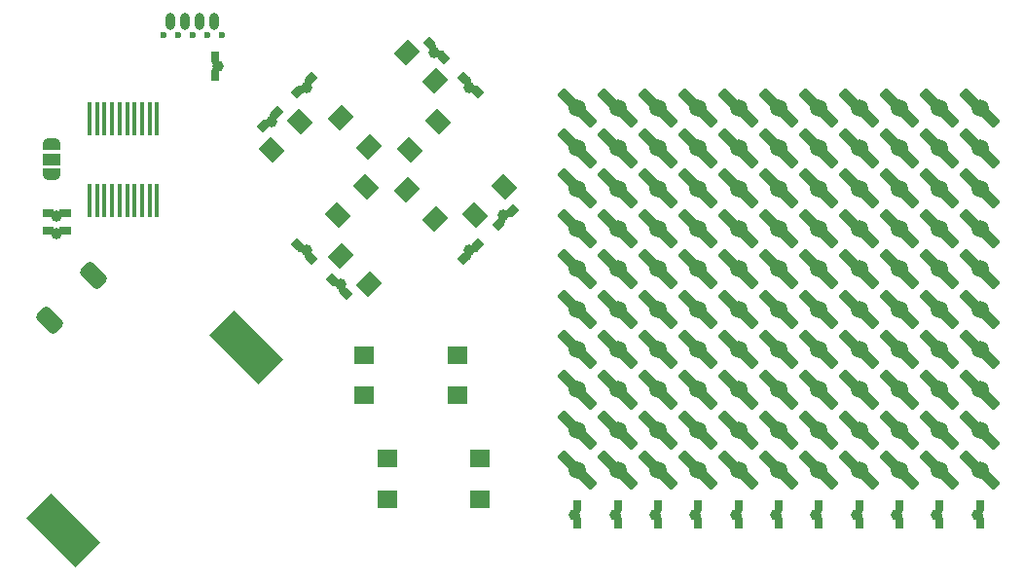
<source format=gbr>
%TF.GenerationSoftware,KiCad,Pcbnew,(6.0.9)*%
%TF.CreationDate,2023-01-07T05:09:31-05:00*%
%TF.ProjectId,businesscard,62757369-6e65-4737-9363-6172642e6b69,rev?*%
%TF.SameCoordinates,Original*%
%TF.FileFunction,Soldermask,Bot*%
%TF.FilePolarity,Negative*%
%FSLAX46Y46*%
G04 Gerber Fmt 4.6, Leading zero omitted, Abs format (unit mm)*
G04 Created by KiCad (PCBNEW (6.0.9)) date 2023-01-07 05:09:31*
%MOMM*%
%LPD*%
G01*
G04 APERTURE LIST*
G04 Aperture macros list*
%AMRoundRect*
0 Rectangle with rounded corners*
0 $1 Rounding radius*
0 $2 $3 $4 $5 $6 $7 $8 $9 X,Y pos of 4 corners*
0 Add a 4 corners polygon primitive as box body*
4,1,4,$2,$3,$4,$5,$6,$7,$8,$9,$2,$3,0*
0 Add four circle primitives for the rounded corners*
1,1,$1+$1,$2,$3*
1,1,$1+$1,$4,$5*
1,1,$1+$1,$6,$7*
1,1,$1+$1,$8,$9*
0 Add four rect primitives between the rounded corners*
20,1,$1+$1,$2,$3,$4,$5,0*
20,1,$1+$1,$4,$5,$6,$7,0*
20,1,$1+$1,$6,$7,$8,$9,0*
20,1,$1+$1,$8,$9,$2,$3,0*%
%AMRotRect*
0 Rectangle, with rotation*
0 The origin of the aperture is its center*
0 $1 length*
0 $2 width*
0 $3 Rotation angle, in degrees counterclockwise*
0 Add horizontal line*
21,1,$1,$2,0,0,$3*%
%AMFreePoly0*
4,1,22,0.550000,-0.750000,0.000000,-0.750000,0.000000,-0.745033,-0.079941,-0.743568,-0.215256,-0.701293,-0.333266,-0.622738,-0.424486,-0.514219,-0.481581,-0.384460,-0.499164,-0.250000,-0.500000,-0.250000,-0.500000,0.250000,-0.499164,0.250000,-0.499963,0.256109,-0.478152,0.396186,-0.417904,0.524511,-0.324060,0.630769,-0.204165,0.706417,-0.067858,0.745374,0.000000,0.744959,0.000000,0.750000,
0.550000,0.750000,0.550000,-0.750000,0.550000,-0.750000,$1*%
%AMFreePoly1*
4,1,20,0.000000,0.744959,0.073905,0.744508,0.209726,0.703889,0.328688,0.626782,0.421226,0.519385,0.479903,0.390333,0.500000,0.250000,0.500000,-0.250000,0.499851,-0.262216,0.476331,-0.402017,0.414519,-0.529596,0.319384,-0.634700,0.198574,-0.708877,0.061801,-0.746166,0.000000,-0.745033,0.000000,-0.750000,-0.550000,-0.750000,-0.550000,0.750000,0.000000,0.750000,0.000000,0.744959,
0.000000,0.744959,$1*%
G04 Aperture macros list end*
%ADD10RoundRect,0.100000X0.100000X-1.337500X0.100000X1.337500X-0.100000X1.337500X-0.100000X-1.337500X0*%
%ADD11RoundRect,0.375000X0.808223X-0.277893X-0.277893X0.808223X-0.808223X0.277893X0.277893X-0.808223X0*%
%ADD12RotRect,3.000000X6.000000X45.000000*%
%ADD13C,0.300000*%
%ADD14C,1.000000*%
%ADD15C,0.750000*%
%ADD16R,0.737000X0.800000*%
%ADD17RotRect,0.800000X0.737000X315.000000*%
%ADD18RotRect,0.800000X0.737000X45.000000*%
%ADD19RotRect,0.800000X0.737000X135.000000*%
%ADD20RotRect,0.800000X0.737000X225.000000*%
%ADD21R,0.800000X0.737000*%
%ADD22FreePoly0,270.000000*%
%ADD23R,1.500000X1.000000*%
%ADD24FreePoly1,270.000000*%
%ADD25RotRect,1.700000X1.500000X225.000000*%
%ADD26RotRect,1.700000X1.500000X315.000000*%
%ADD27RotRect,1.700000X1.500000X45.000000*%
%ADD28RotRect,1.700000X1.500000X135.000000*%
%ADD29R,1.700000X1.500000*%
%ADD30C,1.500000*%
%ADD31RoundRect,0.237500X-0.618718X0.282843X0.282843X-0.618718X0.618718X-0.282843X-0.282843X0.618718X0*%
%ADD32O,0.800000X1.500000*%
%ADD33C,0.600000*%
G04 APERTURE END LIST*
D10*
%TO.C,U1*%
X101075000Y-65762500D03*
X101725000Y-65762500D03*
X102375000Y-65762500D03*
X103025000Y-65762500D03*
X103675000Y-65762500D03*
X104325000Y-65762500D03*
X104975000Y-65762500D03*
X105625000Y-65762500D03*
X106275000Y-65762500D03*
X106925000Y-65762500D03*
X106925000Y-58637500D03*
X106275000Y-58637500D03*
X105625000Y-58637500D03*
X104975000Y-58637500D03*
X104325000Y-58637500D03*
X103675000Y-58637500D03*
X103025000Y-58637500D03*
X102375000Y-58637500D03*
X101725000Y-58637500D03*
X101075000Y-58637500D03*
%TD*%
D11*
%TO.C,SW1*%
X101444544Y-72305456D03*
X97555456Y-76194544D03*
%TD*%
D12*
%TO.C,BT1*%
X114659902Y-78590098D03*
X98750000Y-94500000D03*
%TD*%
D13*
%TO.C,R19*%
X143250000Y-93600000D03*
X143250000Y-92600000D03*
D14*
X143250000Y-93100000D03*
D15*
X143500000Y-93600000D03*
D16*
X143500000Y-94000000D03*
X143500000Y-92200000D03*
D15*
X143500000Y-92600000D03*
%TD*%
D13*
%TO.C,R18*%
X146750000Y-93600000D03*
X146750000Y-92600000D03*
D14*
X146750000Y-93100000D03*
D15*
X147000000Y-93600000D03*
D16*
X147000000Y-94000000D03*
X147000000Y-92200000D03*
D15*
X147000000Y-92600000D03*
%TD*%
D13*
%TO.C,R17*%
X150250000Y-93600000D03*
X150250000Y-92600000D03*
D14*
X150250000Y-93100000D03*
D15*
X150500000Y-93600000D03*
D16*
X150500000Y-94000000D03*
X150500000Y-92200000D03*
D15*
X150500000Y-92600000D03*
%TD*%
D13*
%TO.C,R16*%
X153750000Y-93600000D03*
X153750000Y-92600000D03*
D14*
X153750000Y-93100000D03*
D15*
X154000000Y-93600000D03*
D16*
X154000000Y-94000000D03*
X154000000Y-92200000D03*
D15*
X154000000Y-92600000D03*
%TD*%
D13*
%TO.C,R15*%
X157250000Y-93600000D03*
X157250000Y-92600000D03*
D14*
X157250000Y-93100000D03*
D15*
X157500000Y-93600000D03*
D16*
X157500000Y-94000000D03*
X157500000Y-92200000D03*
D15*
X157500000Y-92600000D03*
%TD*%
D13*
%TO.C,R14*%
X160750000Y-93600000D03*
X160750000Y-92600000D03*
D14*
X160750000Y-93100000D03*
D15*
X161000000Y-93600000D03*
D16*
X161000000Y-94000000D03*
X161000000Y-92200000D03*
D15*
X161000000Y-92600000D03*
%TD*%
D13*
%TO.C,R13*%
X164250000Y-93600000D03*
X164250000Y-92600000D03*
D14*
X164250000Y-93100000D03*
D15*
X164500000Y-93600000D03*
D16*
X164500000Y-94000000D03*
X164500000Y-92200000D03*
D15*
X164500000Y-92600000D03*
%TD*%
D13*
%TO.C,R12*%
X167750000Y-93600000D03*
X167750000Y-92600000D03*
D14*
X167750000Y-93100000D03*
D15*
X168000000Y-93600000D03*
D16*
X168000000Y-94000000D03*
X168000000Y-92200000D03*
D15*
X168000000Y-92600000D03*
%TD*%
D13*
%TO.C,R11*%
X171250000Y-93600000D03*
X171250000Y-92600000D03*
D14*
X171250000Y-93100000D03*
D15*
X171500000Y-93600000D03*
D16*
X171500000Y-94000000D03*
X171500000Y-92200000D03*
D15*
X171500000Y-92600000D03*
%TD*%
D13*
%TO.C,R10*%
X174750000Y-93600000D03*
X174750000Y-92600000D03*
D14*
X174750000Y-93100000D03*
D15*
X175000000Y-93600000D03*
D16*
X175000000Y-94000000D03*
X175000000Y-92200000D03*
D15*
X175000000Y-92600000D03*
%TD*%
D13*
%TO.C,R9*%
X178250000Y-93600000D03*
X178250000Y-92600000D03*
D14*
X178250000Y-93100000D03*
D15*
X178500000Y-93600000D03*
D16*
X178500000Y-94000000D03*
X178500000Y-92200000D03*
D15*
X178500000Y-92600000D03*
%TD*%
D13*
%TO.C,R8*%
X122573223Y-72719670D03*
X123280330Y-73426777D03*
D14*
X122926777Y-73073223D03*
D15*
X122396447Y-72896447D03*
D17*
X122113604Y-72613604D03*
X123386396Y-73886396D03*
D15*
X123103553Y-73603553D03*
%TD*%
D13*
%TO.C,R7*%
X136719670Y-67426777D03*
X137426777Y-66719670D03*
D14*
X137073223Y-67073223D03*
D15*
X136896447Y-67603553D03*
D18*
X136613604Y-67886396D03*
X137886396Y-66613604D03*
D15*
X137603553Y-66896447D03*
%TD*%
D13*
%TO.C,R6*%
X131426777Y-53280330D03*
X130719670Y-52573223D03*
D14*
X131073223Y-52926777D03*
D15*
X131603553Y-53103553D03*
D19*
X131886396Y-53386396D03*
X130613604Y-52113604D03*
D15*
X130896447Y-52396447D03*
%TD*%
%TO.C,R5*%
X116396447Y-59103553D03*
D20*
X116113604Y-59386396D03*
X117386396Y-58113604D03*
D15*
X117103553Y-58396447D03*
D14*
X116926777Y-58926777D03*
D13*
X116573223Y-59280330D03*
X117280330Y-58573223D03*
%TD*%
D15*
%TO.C,R4*%
X120103553Y-70603553D03*
D17*
X120386396Y-70886396D03*
X119113604Y-69613604D03*
D15*
X119396447Y-69896447D03*
D14*
X119926777Y-70073223D03*
D13*
X120280330Y-70426777D03*
X119573223Y-69719670D03*
%TD*%
%TO.C,R3*%
X133719670Y-70426777D03*
X134426777Y-69719670D03*
D14*
X134073223Y-70073223D03*
D15*
X133896447Y-70603553D03*
D18*
X133613604Y-70886396D03*
X134886396Y-69613604D03*
D15*
X134603553Y-69896447D03*
%TD*%
%TO.C,R2*%
X133896447Y-55396447D03*
D19*
X133613604Y-55113604D03*
X134886396Y-56386396D03*
D15*
X134603553Y-56103553D03*
D14*
X134073223Y-55926777D03*
D13*
X133719670Y-55573223D03*
X134426777Y-56280330D03*
%TD*%
%TO.C,R1*%
X120280330Y-55573223D03*
X119573223Y-56280330D03*
D14*
X119926777Y-55926777D03*
D15*
X120103553Y-55396447D03*
D20*
X120386396Y-55113604D03*
X119113604Y-56386396D03*
D15*
X119396447Y-56103553D03*
%TD*%
%TO.C,C3*%
X97700000Y-68400000D03*
D21*
X97300000Y-68400000D03*
X99100000Y-68400000D03*
D15*
X98700000Y-68400000D03*
D14*
X98200000Y-68650000D03*
D13*
X97700000Y-68650000D03*
X98700000Y-68650000D03*
%TD*%
D15*
%TO.C,C2*%
X97700000Y-66900000D03*
D21*
X97300000Y-66900000D03*
X99100000Y-66900000D03*
D15*
X98700000Y-66900000D03*
D14*
X98200000Y-67150000D03*
D13*
X97700000Y-67150000D03*
X98700000Y-67150000D03*
%TD*%
%TO.C,C1*%
X112200000Y-53600000D03*
X112200000Y-54600000D03*
D14*
X112200000Y-54100000D03*
D15*
X111950000Y-53600000D03*
D16*
X111950000Y-53200000D03*
X111950000Y-55000000D03*
D15*
X111950000Y-54600000D03*
%TD*%
D22*
%TO.C,JP1*%
X97800000Y-60900000D03*
D23*
X97800000Y-62200000D03*
D24*
X97800000Y-63500000D03*
%TD*%
D25*
%TO.C,SW7*%
X131101219Y-67373654D03*
X125373654Y-73101219D03*
X122898781Y-70626346D03*
X128626346Y-64898781D03*
%TD*%
D26*
%TO.C,SW6*%
X131373654Y-58898781D03*
X137101219Y-64626346D03*
X134626346Y-67101219D03*
X128898781Y-61373654D03*
%TD*%
D27*
%TO.C,SW5*%
X122898781Y-58626346D03*
X128626346Y-52898781D03*
X131101219Y-55373654D03*
X125373654Y-61101219D03*
%TD*%
D28*
%TO.C,SW4*%
X122626346Y-67101219D03*
X116898781Y-61373654D03*
X119373654Y-58898781D03*
X125101219Y-64626346D03*
%TD*%
D29*
%TO.C,SW3*%
X133050000Y-82750000D03*
X124950000Y-82750000D03*
X124950000Y-79250000D03*
X133050000Y-79250000D03*
%TD*%
%TO.C,SW2*%
X135050000Y-91750000D03*
X126950000Y-91750000D03*
X126950000Y-88250000D03*
X135050000Y-88250000D03*
%TD*%
D30*
%TO.C,D33*%
X154000000Y-64750000D03*
D31*
X153133794Y-63883794D03*
X154866206Y-65616206D03*
%TD*%
D30*
%TO.C,D110*%
X178500000Y-89250000D03*
D31*
X177633794Y-88383794D03*
X179366206Y-90116206D03*
%TD*%
D30*
%TO.C,D109*%
X178500000Y-85750000D03*
D31*
X177633794Y-84883794D03*
X179366206Y-86616206D03*
%TD*%
D30*
%TO.C,D108*%
X178500000Y-82250000D03*
D31*
X177633794Y-81383794D03*
X179366206Y-83116206D03*
%TD*%
D30*
%TO.C,D107*%
X178500000Y-78750000D03*
D31*
X177633794Y-77883794D03*
X179366206Y-79616206D03*
%TD*%
D30*
%TO.C,D106*%
X178500000Y-75250000D03*
D31*
X177633794Y-74383794D03*
X179366206Y-76116206D03*
%TD*%
D30*
%TO.C,D105*%
X178500000Y-71750000D03*
D31*
X177633794Y-70883794D03*
X179366206Y-72616206D03*
%TD*%
D30*
%TO.C,D104*%
X178500000Y-68250000D03*
D31*
X177633794Y-67383794D03*
X179366206Y-69116206D03*
%TD*%
D30*
%TO.C,D103*%
X178500000Y-64750000D03*
D31*
X177633794Y-63883794D03*
X179366206Y-65616206D03*
%TD*%
D30*
%TO.C,D102*%
X178500000Y-61250000D03*
D31*
X177633794Y-60383794D03*
X179366206Y-62116206D03*
%TD*%
D30*
%TO.C,D101*%
X178500000Y-57750000D03*
D31*
X177633794Y-56883794D03*
X179366206Y-58616206D03*
%TD*%
D30*
%TO.C,D100*%
X175000000Y-89250000D03*
D31*
X174133794Y-88383794D03*
X175866206Y-90116206D03*
%TD*%
D30*
%TO.C,D99*%
X175000000Y-85750000D03*
D31*
X174133794Y-84883794D03*
X175866206Y-86616206D03*
%TD*%
D30*
%TO.C,D98*%
X175000000Y-82250000D03*
D31*
X174133794Y-81383794D03*
X175866206Y-83116206D03*
%TD*%
D30*
%TO.C,D97*%
X175000000Y-78750000D03*
D31*
X174133794Y-77883794D03*
X175866206Y-79616206D03*
%TD*%
D30*
%TO.C,D96*%
X175000000Y-75250000D03*
D31*
X174133794Y-74383794D03*
X175866206Y-76116206D03*
%TD*%
D30*
%TO.C,D95*%
X175000000Y-71750000D03*
D31*
X174133794Y-70883794D03*
X175866206Y-72616206D03*
%TD*%
D30*
%TO.C,D94*%
X175000000Y-68250000D03*
D31*
X174133794Y-67383794D03*
X175866206Y-69116206D03*
%TD*%
D30*
%TO.C,D93*%
X175000000Y-64750000D03*
D31*
X174133794Y-63883794D03*
X175866206Y-65616206D03*
%TD*%
D30*
%TO.C,D92*%
X175000000Y-61250000D03*
D31*
X174133794Y-60383794D03*
X175866206Y-62116206D03*
%TD*%
D30*
%TO.C,D91*%
X175000000Y-57750000D03*
D31*
X174133794Y-56883794D03*
X175866206Y-58616206D03*
%TD*%
D30*
%TO.C,D90*%
X171500000Y-89250000D03*
D31*
X170633794Y-88383794D03*
X172366206Y-90116206D03*
%TD*%
D30*
%TO.C,D89*%
X171500000Y-85750000D03*
D31*
X170633794Y-84883794D03*
X172366206Y-86616206D03*
%TD*%
D30*
%TO.C,D88*%
X171500000Y-82250000D03*
D31*
X170633794Y-81383794D03*
X172366206Y-83116206D03*
%TD*%
D30*
%TO.C,D87*%
X171500000Y-78750000D03*
D31*
X170633794Y-77883794D03*
X172366206Y-79616206D03*
%TD*%
D30*
%TO.C,D86*%
X171500000Y-75250000D03*
D31*
X170633794Y-74383794D03*
X172366206Y-76116206D03*
%TD*%
D30*
%TO.C,D85*%
X171500000Y-71750000D03*
D31*
X170633794Y-70883794D03*
X172366206Y-72616206D03*
%TD*%
D30*
%TO.C,D84*%
X171500000Y-68250000D03*
D31*
X170633794Y-67383794D03*
X172366206Y-69116206D03*
%TD*%
D30*
%TO.C,D83*%
X171500000Y-64750000D03*
D31*
X170633794Y-63883794D03*
X172366206Y-65616206D03*
%TD*%
D30*
%TO.C,D82*%
X171500000Y-61250000D03*
D31*
X170633794Y-60383794D03*
X172366206Y-62116206D03*
%TD*%
D30*
%TO.C,D81*%
X171500000Y-57750000D03*
D31*
X170633794Y-56883794D03*
X172366206Y-58616206D03*
%TD*%
D30*
%TO.C,D80*%
X168000000Y-89250000D03*
D31*
X167133794Y-88383794D03*
X168866206Y-90116206D03*
%TD*%
D30*
%TO.C,D79*%
X168000000Y-85750000D03*
D31*
X167133794Y-84883794D03*
X168866206Y-86616206D03*
%TD*%
D30*
%TO.C,D78*%
X168000000Y-82250000D03*
D31*
X167133794Y-81383794D03*
X168866206Y-83116206D03*
%TD*%
D30*
%TO.C,D77*%
X168000000Y-78750000D03*
D31*
X167133794Y-77883794D03*
X168866206Y-79616206D03*
%TD*%
D30*
%TO.C,D76*%
X168000000Y-75250000D03*
D31*
X167133794Y-74383794D03*
X168866206Y-76116206D03*
%TD*%
D30*
%TO.C,D75*%
X168000000Y-71750000D03*
D31*
X167133794Y-70883794D03*
X168866206Y-72616206D03*
%TD*%
D30*
%TO.C,D74*%
X168000000Y-68250000D03*
D31*
X167133794Y-67383794D03*
X168866206Y-69116206D03*
%TD*%
D30*
%TO.C,D73*%
X168000000Y-64750000D03*
D31*
X167133794Y-63883794D03*
X168866206Y-65616206D03*
%TD*%
D30*
%TO.C,D72*%
X168000000Y-61250000D03*
D31*
X167133794Y-60383794D03*
X168866206Y-62116206D03*
%TD*%
D30*
%TO.C,D71*%
X168000000Y-57750000D03*
D31*
X167133794Y-56883794D03*
X168866206Y-58616206D03*
%TD*%
D30*
%TO.C,D70*%
X164500000Y-89250000D03*
D31*
X163633794Y-88383794D03*
X165366206Y-90116206D03*
%TD*%
D30*
%TO.C,D69*%
X164500000Y-85750000D03*
D31*
X163633794Y-84883794D03*
X165366206Y-86616206D03*
%TD*%
D30*
%TO.C,D68*%
X164500000Y-82250000D03*
D31*
X163633794Y-81383794D03*
X165366206Y-83116206D03*
%TD*%
D30*
%TO.C,D67*%
X164500000Y-78750000D03*
D31*
X163633794Y-77883794D03*
X165366206Y-79616206D03*
%TD*%
D30*
%TO.C,D66*%
X164500000Y-75250000D03*
D31*
X163633794Y-74383794D03*
X165366206Y-76116206D03*
%TD*%
D30*
%TO.C,D65*%
X164500000Y-71750000D03*
D31*
X163633794Y-70883794D03*
X165366206Y-72616206D03*
%TD*%
D30*
%TO.C,D64*%
X164500000Y-68250000D03*
D31*
X163633794Y-67383794D03*
X165366206Y-69116206D03*
%TD*%
D30*
%TO.C,D63*%
X164500000Y-64750000D03*
D31*
X163633794Y-63883794D03*
X165366206Y-65616206D03*
%TD*%
D30*
%TO.C,D62*%
X164500000Y-61250000D03*
D31*
X163633794Y-60383794D03*
X165366206Y-62116206D03*
%TD*%
D30*
%TO.C,D61*%
X164500000Y-57750000D03*
D31*
X163633794Y-56883794D03*
X165366206Y-58616206D03*
%TD*%
D30*
%TO.C,D60*%
X161000000Y-89250000D03*
D31*
X160133794Y-88383794D03*
X161866206Y-90116206D03*
%TD*%
D30*
%TO.C,D59*%
X161000000Y-85750000D03*
D31*
X160133794Y-84883794D03*
X161866206Y-86616206D03*
%TD*%
D30*
%TO.C,D58*%
X161000000Y-82250000D03*
D31*
X160133794Y-81383794D03*
X161866206Y-83116206D03*
%TD*%
D30*
%TO.C,D57*%
X161000000Y-78750000D03*
D31*
X160133794Y-77883794D03*
X161866206Y-79616206D03*
%TD*%
D30*
%TO.C,D56*%
X161000000Y-75250000D03*
D31*
X160133794Y-74383794D03*
X161866206Y-76116206D03*
%TD*%
D30*
%TO.C,D55*%
X161000000Y-71750000D03*
D31*
X160133794Y-70883794D03*
X161866206Y-72616206D03*
%TD*%
D30*
%TO.C,D54*%
X161000000Y-68250000D03*
D31*
X160133794Y-67383794D03*
X161866206Y-69116206D03*
%TD*%
D30*
%TO.C,D53*%
X161000000Y-64750000D03*
D31*
X160133794Y-63883794D03*
X161866206Y-65616206D03*
%TD*%
D30*
%TO.C,D52*%
X161000000Y-61250000D03*
D31*
X160133794Y-60383794D03*
X161866206Y-62116206D03*
%TD*%
D30*
%TO.C,D51*%
X161000000Y-57750000D03*
D31*
X160133794Y-56883794D03*
X161866206Y-58616206D03*
%TD*%
D30*
%TO.C,D50*%
X157500000Y-89250000D03*
D31*
X156633794Y-88383794D03*
X158366206Y-90116206D03*
%TD*%
D30*
%TO.C,D49*%
X157500000Y-85750000D03*
D31*
X156633794Y-84883794D03*
X158366206Y-86616206D03*
%TD*%
D30*
%TO.C,D48*%
X157500000Y-82250000D03*
D31*
X156633794Y-81383794D03*
X158366206Y-83116206D03*
%TD*%
D30*
%TO.C,D47*%
X157500000Y-78750000D03*
D31*
X156633794Y-77883794D03*
X158366206Y-79616206D03*
%TD*%
D30*
%TO.C,D46*%
X157500000Y-75250000D03*
D31*
X156633794Y-74383794D03*
X158366206Y-76116206D03*
%TD*%
D30*
%TO.C,D45*%
X157500000Y-71750000D03*
D31*
X156633794Y-70883794D03*
X158366206Y-72616206D03*
%TD*%
D30*
%TO.C,D44*%
X157500000Y-68250000D03*
D31*
X156633794Y-67383794D03*
X158366206Y-69116206D03*
%TD*%
D30*
%TO.C,D43*%
X157500000Y-64750000D03*
D31*
X156633794Y-63883794D03*
X158366206Y-65616206D03*
%TD*%
D30*
%TO.C,D42*%
X157500000Y-61250000D03*
D31*
X156633794Y-60383794D03*
X158366206Y-62116206D03*
%TD*%
D30*
%TO.C,D41*%
X157500000Y-57750000D03*
D31*
X156633794Y-56883794D03*
X158366206Y-58616206D03*
%TD*%
D30*
%TO.C,D40*%
X154000000Y-89250000D03*
D31*
X153133794Y-88383794D03*
X154866206Y-90116206D03*
%TD*%
D30*
%TO.C,D39*%
X154000000Y-85750000D03*
D31*
X153133794Y-84883794D03*
X154866206Y-86616206D03*
%TD*%
D30*
%TO.C,D38*%
X154000000Y-82250000D03*
D31*
X153133794Y-81383794D03*
X154866206Y-83116206D03*
%TD*%
D30*
%TO.C,D37*%
X154000000Y-78750000D03*
D31*
X153133794Y-77883794D03*
X154866206Y-79616206D03*
%TD*%
D30*
%TO.C,D36*%
X154000000Y-75250000D03*
D31*
X153133794Y-74383794D03*
X154866206Y-76116206D03*
%TD*%
D30*
%TO.C,D35*%
X154000000Y-71750000D03*
D31*
X153133794Y-70883794D03*
X154866206Y-72616206D03*
%TD*%
D30*
%TO.C,D34*%
X154000000Y-68250000D03*
D31*
X153133794Y-67383794D03*
X154866206Y-69116206D03*
%TD*%
D30*
%TO.C,D32*%
X154000000Y-61250000D03*
D31*
X153133794Y-60383794D03*
X154866206Y-62116206D03*
%TD*%
D30*
%TO.C,D31*%
X154000000Y-57750000D03*
D31*
X153133794Y-56883794D03*
X154866206Y-58616206D03*
%TD*%
D30*
%TO.C,D30*%
X150500000Y-89250000D03*
D31*
X149633794Y-88383794D03*
X151366206Y-90116206D03*
%TD*%
D30*
%TO.C,D29*%
X150500000Y-85750000D03*
D31*
X149633794Y-84883794D03*
X151366206Y-86616206D03*
%TD*%
D30*
%TO.C,D28*%
X150500000Y-82250000D03*
D31*
X149633794Y-81383794D03*
X151366206Y-83116206D03*
%TD*%
D30*
%TO.C,D27*%
X150500000Y-78750000D03*
D31*
X149633794Y-77883794D03*
X151366206Y-79616206D03*
%TD*%
D30*
%TO.C,D26*%
X150500000Y-75250000D03*
D31*
X149633794Y-74383794D03*
X151366206Y-76116206D03*
%TD*%
D30*
%TO.C,D25*%
X150500000Y-71750000D03*
D31*
X149633794Y-70883794D03*
X151366206Y-72616206D03*
%TD*%
D30*
%TO.C,D24*%
X150500000Y-68250000D03*
D31*
X149633794Y-67383794D03*
X151366206Y-69116206D03*
%TD*%
D30*
%TO.C,D23*%
X150500000Y-64750000D03*
D31*
X149633794Y-63883794D03*
X151366206Y-65616206D03*
%TD*%
D30*
%TO.C,D22*%
X150500000Y-61250000D03*
D31*
X149633794Y-60383794D03*
X151366206Y-62116206D03*
%TD*%
D30*
%TO.C,D21*%
X150500000Y-57750000D03*
D31*
X149633794Y-56883794D03*
X151366206Y-58616206D03*
%TD*%
D30*
%TO.C,D20*%
X147000000Y-89250000D03*
D31*
X146133794Y-88383794D03*
X147866206Y-90116206D03*
%TD*%
D30*
%TO.C,D19*%
X147000000Y-85750000D03*
D31*
X146133794Y-84883794D03*
X147866206Y-86616206D03*
%TD*%
D30*
%TO.C,D18*%
X147000000Y-82250000D03*
D31*
X146133794Y-81383794D03*
X147866206Y-83116206D03*
%TD*%
D30*
%TO.C,D17*%
X147000000Y-78750000D03*
D31*
X146133794Y-77883794D03*
X147866206Y-79616206D03*
%TD*%
D30*
%TO.C,D16*%
X147000000Y-75250000D03*
D31*
X146133794Y-74383794D03*
X147866206Y-76116206D03*
%TD*%
D30*
%TO.C,D15*%
X147000000Y-71750000D03*
D31*
X146133794Y-70883794D03*
X147866206Y-72616206D03*
%TD*%
D30*
%TO.C,D14*%
X147000000Y-68250000D03*
D31*
X146133794Y-67383794D03*
X147866206Y-69116206D03*
%TD*%
D30*
%TO.C,D13*%
X147000000Y-64750000D03*
D31*
X146133794Y-63883794D03*
X147866206Y-65616206D03*
%TD*%
D30*
%TO.C,D12*%
X147000000Y-61250000D03*
D31*
X146133794Y-60383794D03*
X147866206Y-62116206D03*
%TD*%
D30*
%TO.C,D11*%
X147000000Y-57750000D03*
D31*
X146133794Y-56883794D03*
X147866206Y-58616206D03*
%TD*%
D30*
%TO.C,D10*%
X143500000Y-89250000D03*
D31*
X142633794Y-88383794D03*
X144366206Y-90116206D03*
%TD*%
D30*
%TO.C,D9*%
X143500000Y-85750000D03*
D31*
X142633794Y-84883794D03*
X144366206Y-86616206D03*
%TD*%
D30*
%TO.C,D8*%
X143500000Y-82250000D03*
D31*
X142633794Y-81383794D03*
X144366206Y-83116206D03*
%TD*%
D30*
%TO.C,D7*%
X143500000Y-78750000D03*
D31*
X142633794Y-77883794D03*
X144366206Y-79616206D03*
%TD*%
D30*
%TO.C,D6*%
X143500000Y-75250000D03*
D31*
X142633794Y-74383794D03*
X144366206Y-76116206D03*
%TD*%
D30*
%TO.C,D5*%
X143500000Y-71750000D03*
D31*
X142633794Y-70883794D03*
X144366206Y-72616206D03*
%TD*%
D30*
%TO.C,D4*%
X143500000Y-68250000D03*
D31*
X142633794Y-67383794D03*
X144366206Y-69116206D03*
%TD*%
D30*
%TO.C,D3*%
X143500000Y-64750000D03*
D31*
X142633794Y-63883794D03*
X144366206Y-65616206D03*
%TD*%
D30*
%TO.C,D2*%
X143500000Y-61250000D03*
D31*
X142633794Y-60383794D03*
X144366206Y-62116206D03*
%TD*%
D30*
%TO.C,D1*%
X143500000Y-57750000D03*
D31*
X142633794Y-56883794D03*
X144366206Y-58616206D03*
%TD*%
D32*
%TO.C,J1*%
X108095000Y-50250000D03*
X109365000Y-50250000D03*
X110635000Y-50250000D03*
X111905000Y-50250000D03*
D33*
X112540000Y-51405000D03*
X110000000Y-51405000D03*
X107460000Y-51405000D03*
X111270000Y-51405000D03*
X108730000Y-51405000D03*
%TD*%
M02*

</source>
